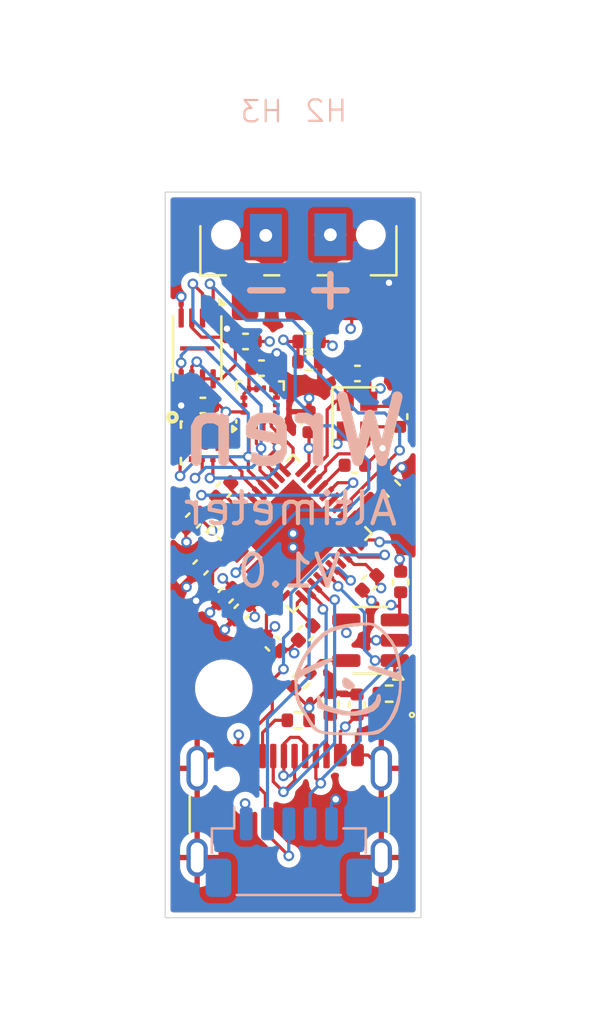
<source format=kicad_pcb>
(kicad_pcb (version 20240108) (generator "pcbnew") (generator_version "8.0")
  (title_block (comment 4 "AISLER Project ID: KFYYHNFJ"))
  (layers (0 "F.Cu" signal) (1 "In1.Cu" signal) (2 "In2.Cu" signal) (31 "B.Cu" signal) (34 "B.Paste" user) (35 "F.Paste" user) (36 "B.SilkS" user "B.Silkscreen") (37 "F.SilkS" user "F.Silkscreen") (38 "B.Mask" user) (39 "F.Mask" user) (44 "Edge.Cuts" user))
  (net 0 "")
  (net 1 "Earth")
  (net 2 "+1V8")
  (net 3 "/D_N")
  (net 4 "VUSB")
  (net 5 "/D_P")
  (net 6 "VCC")
  (net 7 "/VSENSE")
  (net 8 "/NRST")
  (net 9 "VBAT")
  (net 10 "/BARO_CS")
  (net 11 "/ACC_CS")
  (net 12 "/SCK")
  (net 13 "/MISO")
  (net 14 "/MOSI")
  (net 15 "Net-(U2-PROG)")
  (net 27 "/DEC_3")
  (net 28 "/DEC_1")
  (net 29 "/DEC_USB")
  (net 30 "NRF_VDD")
  (net 31 "/DEC_4_6")
  (net 32 "Net-(U1-XC1)")
  (net 33 "Net-(U1-XC2)")
  (net 34 "Net-(D1-K)")
  (net 35 "Net-(D2-K)")
  (net 36 "/DEC_5")
  (net 37 "/SWDIO")
  (net 38 "/SWCLK")
  (net 39 "/LED")
  (net 40 "/CHRG_STATUS")
  (net 41 "Net-(J1-CC2)")
  (net 42 "Net-(J1-CC1)")
  (net 43 "/FLASH_CS")
  (footprint "Capacitor_SMD:C_0402_1005Metric" (layer "F.Cu") (at 217.589411 86.660589 45)
    (property "Reference" "C12" (hide yes))
    (property "Value" "4.7u")
  )
  (footprint "Capacitor_SMD:C_0402_1005Metric" (layer "F.Cu") (at 217.77 74)
    (property "Reference" "C18" (hide yes))
    (property "Value" "0.1u")
  )
  (footprint "BMP390L:XDCR_BMP390L" (layer "F.Cu") (at 215.7375 78.75 90)
    (property "Reference" "U3" (hide yes))
    (property "Value" "BMP390L")
  )
  (footprint "Crystal:Crystal_SMD_2016-4Pin_2.0x1.6mm" (layer "F.Cu") (at 223 77.5 -90)
    (property "Reference" "Y1" (hide yes))
    (property "Value" "32MHz")
  )
  (footprint "Capacitor_SMD:C_0402_1005Metric" (layer "F.Cu") (at 225 77.52 90)
    (property "Reference" "C15" (hide yes))
    (property "Value" "12pF")
  )
  (footprint "Capacitor_SMD:C_0402_1005Metric" (layer "F.Cu") (at 216.739411 80.960589 -135)
    (property "Reference" "C14" (hide yes))
    (property "Value" "1u")
  )
  (footprint "Resistor_SMD:R_0402_1005Metric" (layer "F.Cu") (at 224.639376 80.889376 135)
    (property "Reference" "R7" (hide yes))
    (property "Value" "470")
  )
  (footprint "Package_DFN_QFN:QFN-40-1EP_5x5mm_P0.4mm_EP3.6x3.6mm" (layer "F.Cu") (at 220 83 45)
    (property "Reference" "U1" (hide yes))
    (property "Value" "nRF52833_QDxx")
  )
  (footprint "Capacitor_SMD:C_0402_1005Metric" (layer "F.Cu") (at 223.02 75.5 180)
    (property "Reference" "C16" (hide yes))
    (property "Value" "12pF")
  )
  (footprint "Package_LGA:LGA-14_2x2mm_P0.35mm_LayoutBorder3x4y" (layer "F.Cu") (at 218.455266 76.98 90)
    (property "Reference" "U5" (hide yes))
    (property "Value" "LIS2DH")
  )
  (footprint "Resistor_SMD:R_0402_1005Metric" (layer "F.Cu") (at 220.240001 91.75)
    (property "Reference" "R1" (hide yes))
    (property "Value" "5.1k")
  )
  (footprint "Resistor_SMD:R_0402_1005Metric" (layer "F.Cu") (at 221.75 90.990001 -90)
    (property "Reference" "R3" (hide yes))
    (property "Value" "5.1k")
  )
  (footprint "Capacitor_SMD:C_0402_1005Metric" (layer "F.Cu") (at 223.589411 85.310589 45)
    (property "Reference" "C1" (hide yes))
    (property "Value" "0.1u")
  )
  (footprint "Capacitor_SMD:C_0402_1005Metric" (layer "F.Cu") (at 225.05 85.27 90)
    (property "Reference" "C17" (hide yes))
    (property "Value" "4.7u")
  )
  (footprint "Resistor_SMD:R_0402_1005Metric" (layer "F.Cu") (at 224.509999 90.5)
    (property "Reference" "R6" (hide yes))
    (property "Value" "470")
  )
  (footprint "Capacitor_SMD:C_0402_1005Metric" (layer "F.Cu") (at 218.52 75.25 180)
    (property "Reference" "C3" (hide yes))
    (property "Value" "0.1u")
  )
  (footprint "Capacitor_SMD:C_0402_1005Metric" (layer "F.Cu") (at 220.75 77.77 -90)
    (property "Reference" "C11" (hide yes))
    (property "Value" "0.1u")
  )
  (footprint "Resistor_SMD:R_0402_1005Metric" (layer "F.Cu") (at 220.389376 89.860624 -135)
    (property "Reference" "R8" (hide yes))
    (property "Value" "51k")
  )
  (footprint "Capacitor_SMD:C_0402_1005Metric" (layer "F.Cu") (at 223 91.02 90)
    (property "Reference" "C2" (hide yes))
    (property "Value" "4.7u")
  )
  (footprint "Capacitor_SMD:C_0402_1005Metric" (layer "F.Cu") (at 215.77 77)
    (property "Reference" "C4" (hide yes))
    (property "Value" "0.1u")
  )
  (footprint "Capacitor_SMD:C_0402_1005Metric" (layer "F.Cu") (at 220.589411 87.660589 45)
    (property "Reference" "C9" (hide yes))
    (property "Value" "4.7u")
  )
  (footprint "Button_Switch_SMD:SW_SPDT_CK_JS102011SAQN" (layer "F.Cu") (at 220.25 69 180)
    (property "Reference" "SW2" (hide yes))
    (property "Value" "SW_SPDT")
  )
  (footprint "Capacitor_SMD:C_0402_1005Metric" (layer "F.Cu") (at 216.839411 85.910589 45)
    (property "Reference" "C10" (hide yes))
    (property "Value" "4.7u")
  )
  (footprint "Capacitor_SMD:C_0402_1005Metric" (layer "F.Cu") (at 215.660589 84.589411 45)
    (property "Reference" "C7" (hide yes))
    (property "Value" "0.1u")
  )
  (footprint "Capacitor_SMD:C_0402_1005Metric" (layer "F.Cu") (at 222.9 79.8 180)
    (property "Reference" "C6" (hide yes))
    (property "Value" "0.1u")
  )
  (footprint "Package_TO_SOT_SMD:SOT-23-5" (layer "F.Cu") (at 223.6375 88 180)
    (property "Reference" "U2" (hide yes))
    (property "Value" "MCP73832T-2")
  )
  (footprint "LED_SMD:LED_0402_1005Metric" (layer "F.Cu") (at 224.485 91.5 180)
    (property "Reference" "D1" (hide yes))
    (property "Value" "blue")
  )
  (footprint "Package_SON:Winbond_USON-8-1EP_3x2mm_P0.5mm_EP0.2x1.6mm" (layer "F.Cu") (at 215.5 74.325 -90)
    (property "Reference" "U4" (hide yes))
    (property "Value" "W25X40CLUXIG")
  )
  (footprint "Capacitor_SMD:C_0402_1005Metric" (layer "F.Cu") (at 215.310589 82.389411 45)
    (property "Reference" "C5" (hide yes))
    (property "Value" "0.1u")
  )
  (footprint "Connector_USB:USB_C_Receptacle_GCT_USB4105-xx-A_16P_TopMnt_Horizontal" (layer "F.Cu") (at 219.82 97.105)
    (property "Reference" "J1" (hide yes))
    (property "Value" "USB_C_Receptacle_USB2.0_16P")
  )
  (footprint "LED_SMD:LED_0402_1005Metric" (layer "F.Cu") (at 223.959063 81.755582 135)
    (property "Reference" "D2" (hide yes))
    (property "Value" "red")
  )
  (footprint "Capacitor_SMD:C_0402_1005Metric" (layer "F.Cu") (at 219.05 88.15 135)
    (property "Reference" "C13" (hide yes))
    (property "Value" "4.7u")
  )
  (footprint "Resistor_SMD:R_0402_1005Metric" (layer "F.Cu") (at 220.740001 74.95)
    (property "Reference" "R5" (hide yes))
    (property "Value" "51k")
  )
  (footprint "Resistor_SMD:R_0402_1005Metric" (layer "F.Cu") (at 220.75 74 180)
    (property "Reference" "R2" (hide yes))
    (property "Value" "100k")
  )
  (footprint "MountingHole:MountingHole_2.2mm_M2" (layer "F.Cu") (at 216.75 90.25)
    (property "Reference" "H1" (hide yes))
    (property "Value" "MountingHole")
  )
  (footprint "LOGO" (layer "B.Cu") (at 222.513383 89.803868 180)
    (property "Reference" "G***" (hide yes))
    (property "Value" "LOGO" (hide yes))
  )
  (footprint "Connector_JST:JST_SH_BM05B-SRSS-TB_1x05-1MP_P1.00mm_Vertical" (layer "B.Cu") (at 219.8 97.924999)
    (property "Reference" "J2" (hide yes))
    (property "Value" "Conn_01x05_MountingPin")
  )
  (footprint "custom:square" (layer "B.Cu") (at 221.75 69 180)
    (property "Reference" "H2")
    (property "Value" "MountingHole_Pad")
  )
  (footprint "custom:square" (layer "B.Cu") (at 218.725 69.025 180)
    (property "Reference" "H3")
    (property "Value" "MountingHole_Pad")
  )
  (gr_rect (start 214 67) (end 226 101) (stroke (width 0.05)) (fill none) (layer "Edge.Cuts"))
  (gr_text "Altimeter" (at 225.005 82.705 0) (layer "B.SilkS") (effects (font (size 1.5 1.5) (thickness 0.2) (bold yes)) (justify left bottom mirror)))
  (gr_text "Wren" (at 220.03 79.98 0) (layer "B.SilkS") (effects (font (size 3 3) (thickness 0.5) (bold yes)) (justify bottom mirror)))
  (gr_text "-" (at 218.75 72.625 0) (layer "B.SilkS") (effects (font (size 2 2) (thickness 0.3)) (justify bottom mirror)))
  (gr_text "V1.0" (at 222.38 85.63 0) (layer "B.SilkS") (effects (font (size 1.5 1.5) (thickness 0.2)) (justify left bottom mirror)))
  (gr_text "+" (at 221.75 72.625 0) (layer "B.SilkS") (effects (font (size 2 2) (thickness 0.3)) (justify bottom mirror)))
  (segment (start 224.775 88) (end 223.9 88) (width 0.15) (layer "F.Cu") (net 1))
  (segment (start 221.864994 81.417849) (end 220.282843 83) (width 0.15) (layer "F.Cu") (net 1))
  (segment (start 221.25 76.15) (end 220.75 76.65) (width 0.15) (layer "F.Cu") (net 1))
  (segment (start 219.428822 88.428822) (end 219.821178 88.428822) (width 0.15) (layer "F.Cu") (net 1))
  (segment (start 223.38 79.8) (end 223.4 79.8) (width 0.15) (layer "F.Cu") (net 1))
  (segment (start 214.971178 83.371178) (end 215 83.4) (width 0.15) (layer "F.Cu") (net 1))
  (segment (start 225 77.04) (end 223.79 77.04) (width 0.15) (layer "F.Cu") (net 1))
  (segment (start 215.321178 84.928822) (end 215.321178 85.178822) (width 0.15) (layer "F.Cu") (net 1))
  (segment (start 223 90.54) (end 221.809998 90.54) (width 0.15) (layer "F.Cu") (net 1))
  (segment (start 223.25 85.65) (end 223.25 85.725) (width 0.15) (layer "F.Cu") (net 1))
  (segment (start 217.25 87) (end 217.25 87.05) (width 0.15) (layer "F.Cu") (net 1))
  (segment (start 217.25 87.05) (end 216.8 87.5) (width 0.15) (layer "F.Cu") (net 1))
  (segment (start 218.630266 76.2175) (end 217.930266 76.2175) (width 0.15) (layer "F.Cu") (net 1))
  (segment (start 223.55 76.75) (end 224.1 76.2) (width 0.15) (layer "F.Cu") (net 1))
  (segment (start 219.151472 83) (end 220 83) (width 0.15) (layer "F.Cu") (net 1))
  (segment (start 220.75 77.29) (end 220.75 76.65) (width 0.15) (layer "F.Cu") (net 1))
  (segment (start 223.79 77.04) (end 223.55 76.8) (width 0.15) (layer "F.Cu") (net 1))
  (segment (start 220 83) (end 220 83.65) (width 0.15) (layer "F.Cu") (net 1))
  (segment (start 218.25 74) (end 218.9 74) (width 0.15) (layer "F.Cu") (net 1))
  (segment (start 219.878822 88.428822) (end 220.05 88.6) (width 0.15) (layer "F.Cu") (net 1))
  (segment (start 216.85 77.3) (end 217.662767 77.3) (width 0.15) (layer "F.Cu") (net 1))
  (segment (start 222.45 78.417632) (end 222.075 78.792632) (width 0.15) (layer "F.Cu") (net 1))
  (segment (start 216.237499 77.012501) (end 216.25 77) (width 0.15) (layer "F.Cu") (net 1))
  (segment (start 223.25 85.725) (end 223.675 86.15) (width 0.15) (layer "F.Cu") (net 1))
  (segment (start 216.55 77) (end 216.85 77.3) (width 0.15) (layer "F.Cu") (net 1))
  (segment (start 220.282843 83) (end 220 83) (width 0.15) (layer "F.Cu") (net 1))
  (segment (start 216.5 86.25) (end 216.5 86.3) (width 0.15) (layer "F.Cu") (net 1))
  (segment (start 217.930266 76.2175) (end 217.930266 75.359734) (width 0.15) (layer "F.Cu") (net 1))
  (segment (start 222.45 78.2) (end 222.45 78.417632) (width 0.15) (layer "F.Cu") (net 1))
  (segment (start 225 84.79) (end 225 84.2) (width 0.15) (layer "F.Cu") (net 1))
  (segment (start 215.3375 79.2625) (end 215.7375 78.8625) (width 0.15) (layer "F.Cu") (net 1))
  (segment (start 220.028752 90.221248) (end 220.028752 90.428752) (width 0.15) (layer "F.Cu") (net 1))
  (segment (start 223.5 76.75) (end 223.55 76.8) (width 0.15) (layer "F.Cu") (net 1))
  (segment (start 224.907504 79.9) (end 225.1 79.9) (width 0.15) (layer "F.Cu") (net 1))
  (segment (start 215.321178 85.178822) (end 215 85.5) (width 0.15) (layer "F.Cu") (net 1))
  (segment (start 223.5 75.5) (end 223.5 76.75) (width 0.15) (layer "F.Cu") (net 1))
  (segment (start 218.04 75.25) (end 218.04 74.66) (width 0.15) (layer "F.Cu") (net 1))
  (segment (start 216.5 86.3) (end 216.1 86.7) (width 0.15) (layer "F.Cu") (net 1))
  (segment (start 219.821178 88.428822) (end 220.25 88) (width 0.15) (layer "F.Cu") (net 1))
  (segment (start 217.692766 76.630001) (end 217.692766 76.455) (width 0.15) (layer "F.Cu") (net 1))
  (segment (start 215.7375 77.9875) (end 216.237499 77.9875) (width 0.15) (layer "F.Cu") (net 1))
  (segment (start 216.237499 77.9875) (end 216.237499 77.012501) (width 0.15) (layer "F.Cu") (net 1))
  (segment (start 215.7375 78.8625) (end 215.7375 77.9875) (width 0.15) (layer "F.Cu") (net 1))
  (segment (start 221.419998 90.480002) (end 220.75 91.15) (width 0.15) (layer "F.Cu") (net 1))
  (segment (start 216.1225 93.3775) (end 215.5 94) (width 0.15) (layer "F.Cu") (net 1))
  (segment (start 217.692766 77.329999) (end 217.692766 76.630001) (width 0.15) (layer "F.Cu") (net 1))
  (segment (start 217.078822 80.92735) (end 217.078822 80.621178) (width 0.15) (layer "F.Cu") (net 1))
  (segment (start 215.237501 79.5125) (end 215.3375 79.412501) (width 0.15) (layer "F.Cu") (net 1))
  (segment (start 219.428822 88.428822) (end 219.878822 88.428822) (width 0.15) (layer "F.Cu") (net 1))
  (segment (start 217.930266 75.359734) (end 218.04 75.25) (width 0.15) (layer "F.Cu") (net 1))
  (segment (start 217.852163 81.700691) (end 217.078822 80.92735) (width 0.15) (layer "F.Cu") (net 1))
  (segment (start 223.4 79.8) (end 224.2 79) (width 0.15) (layer "F.Cu") (net 1))
  (segment (start 215.3375 79.412501) (end 215.3375 79.2625) (width 0.15) (layer "F.Cu") (net 1))
  (segment (start 214.75 72.9) (end 214.75 71.9) (width 0.15) (layer "F.Cu") (net 1))
  (segment (start 217.852163 81.700691) (end 219.151472 83) (width 0.15) (layer "F.Cu") (net 1))
  (segment (start 221.809998 90.54) (end 221.75 90.480002) (width 0.15) (layer "F.Cu") (net 1))
  (segment (start 220.028752 90.428752) (end 220.75 91.15) (width 0.15) (layer "F.Cu") (net 1))
  (segment (start 216.25 77) (end 216.55 77) (width 0.15) (layer "F.Cu") (net 1))
  (segment (start 223.02 93.3775) (end 223.5175 93.3775) (width 0.15) (layer "F.Cu") (net 1))
  (segment (start 218.25 74.45) (end 218.25 74) (width 0.15) (layer "F.Cu") (net 1))
  (segment (start 221.25 74.95) (end 221.25 76.15) (width 0.15) (layer "F.Cu") (net 1))
  (segment (start 216.62 93.3775) (end 216.1225 93.3775) (width 0.15) (layer "F.Cu") (net 1))
  (segment (start 218.04 74.66) (end 218.25 74.45) (width 0.15) (layer "F.Cu") (net 1))
  (segment (start 223.5175 93.3775) (end 224.14 94) (width 0.15) (layer "F.Cu") (net 1))
  (segment (start 220.75 91.75) (end 220.75 91.15) (width 0.15) (layer "F.Cu") (net 1))
  (segment (start 217.692766 76.455) (end 217.930266 76.2175) (width 0.15) (layer "F.Cu") (net 1))
  (segment (start 223.55 76.8) (end 223.55 76.75) (width 0.15) (layer "F.Cu") (net 1))
  (segment (start 214.971178 82.728822) (end 214.971178 83.371178) (width 0.15) (layer "F.Cu") (net 1))
  (segment (start 217.662767 77.3) (end 217.692766 77.329999) (width 0.15) (layer "F.Cu") (net 1))
  (segment (start 221.75 90.480002) (end 221.419998 90.480002) (width 0.15) (layer "F.Cu") (net 1))
  (segment (start 224.278752 80.528752) (end 224.907504 79.9) (width 0.15) (layer "F.Cu") (net 1))
  (via (at 223.675 86.15) (size 0.5) (drill 0.3) (layers "F.Cu" "B.Cu") (net 1))
  (via (at 220.75 76.65) (size 0.5) (drill 0.3) (layers "F.Cu" "B.Cu") (net 1))
  (via (at 216.85 77.3) (size 0.5) (drill 0.3) (layers "F.Cu" "B.Cu") (net 1))
  (via (at 215 85.5) (size 0.5) (drill 0.3) (layers "F.Cu" "B.Cu") (net 1))
  (via (at 216.8 87.5) (size 0.5) (drill 0.3) (layers "F.Cu" "B.Cu") (net 1))
  (via (at 222.075 78.792632) (size 0.5) (drill 0.3) (layers "F.Cu" "B.Cu") (net 1))
  (via (at 220.75 91.15) (size 0.5) (drill 0.3) (layers "F.Cu" "B.Cu") (net 1))
  (via (at 220.05 88.6) (size 0.5) (drill 0.3) (layers "F.Cu" "B.Cu") (net 1))
  (via (at 218.72 69.03) (size 0.9) (drill 0.6) (layers "F.Cu" "B.Cu") (net 1))
  (via (at 225 84.2) (size 0.5) (drill 0.3) (layers "F.Cu" "B.Cu") (net 1))
  (via (at 215 83.4) (size 0.5) (drill 0.3) (layers "F.Cu" "B.Cu") (net 1))
  (via (at 222 95.45) (size 0.5) (drill 0.3) (layers "F.Cu" "B.Cu") (net 1))
  (via (at 223.9 88) (size 0.5) (drill 0.3) (layers "F.Cu" "B.Cu") (net 1))
  (via (at 214.75 71.9) (size 0.5) (drill 0.3) (layers "F.Cu" "B.Cu") (net 1))
  (via (at 220 83) (size 0.5) (drill 0.3) (layers "F.Cu" "B.Cu") (net 1))
  (via (at 224.2 79) (size 0.5) (drill 0.3) (layers "F.Cu" "B.Cu") (net 1))
  (via (at 224.1 76.2) (size 0.5) (drill 0.3) (layers "F.Cu" "B.Cu") (net 1))
  (via (at 225.1 79.9) (size 0.5) (drill 0.3) (layers "F.Cu" "B.Cu") (net 1))
  (via (at 216.1 86.7) (size 0.5) (drill 0.3) (layers "F.Cu" "B.Cu") (net 1))
  (via (at 218.9 74) (size 0.5) (drill 0.3) (layers "F.Cu" "B.Cu") (net 1))
  (via (at 220 83.65) (size 0.5) (drill 0.3) (layers "F.Cu" "B.Cu") (net 1))
  (segment (start 221.8 95.65) (end 222 95.45) (width 0.15) (layer "B.Cu") (net 1))
  (segment (start 218.725 69.025) (end 218.72 69.03) (width 0.15) (layer "B.Cu") (net 1))
  (segment (start 221.8 96.599999) (end 221.8 95.65) (width 0.15) (layer "B.Cu") (net 1))
  (segment (start 217.56932 84.016465) (end 217.286478 83.733623) (width 0.15) (layer "F.Cu") (net 2))
  (segment (start 216.225 84.795101) (end 216.225 85.375) (width 0.15) (layer "F.Cu") (net 2))
  (segment (start 217.29 75.11) (end 216.65 75.75) (width 0.15) (layer "F.Cu") (net 2))
  (segment (start 219.217766 76.630001) (end 219.217766 76.455) (width 0.15) (layer "F.Cu") (net 2))
  (segment (start 217.29 73.79) (end 216.9 73.4) (width 0.15) (layer "F.Cu") (net 2))
  (segment (start 216.225 85.375) (end 215.45 86.15) (width 0.15) (layer "F.Cu") (net 2))
  (segment (start 215.700001 73.8) (end 216.6 73.8) (width 0.15) (layer "F.Cu") (net 2))
  (segment (start 217.286478 83.733623) (end 216.225 84.795101) (width 0.15) (layer "F.Cu") (net 2))
  (segment (start 217.29 74) (end 217.29 75.11) (width 0.15) (layer "F.Cu") (net 2))
  (segment (start 215.237501 77.052499) (end 215.29 77) (width 0.15) (layer "F.Cu") (net 2))
  (segment (start 215.29 77) (end 214.75 77) (width 0.15) (layer "F.Cu") (net 2))
  (segment (start 219 75.25) (end 219 74.791795) (width 0.15) (layer "F.Cu") (net 2))
  (segment (start 215.75 75.75) (end 216.25 75.75) (width 0.15) (layer "F.Cu") (net 2))
  (segment (start 214.975 78.5) (end 214.975 78.250001) (width 0.15) (layer "F.Cu") (net 2))
  (segment (start 218.980266 75.269734) (end 219 75.25) (width 0.15) (layer "F.Cu") (net 2))
  (segment (start 219 74.791795) (end 219.234423 74.557372) (width 0.15) (layer "F.Cu") (net 2))
  (segment (start 217.29 74) (end 217.29 73.79) (width 0.15) (layer "F.Cu") (net 2))
  (segment (start 214.975 78.250001) (end 215.237501 77.9875) (width 0.15) (layer "F.Cu") (net 2))
  (segment (start 217.56932 84.016466) (end 217.56932 84.016465) (width 0.15) (layer "F.Cu") (net 2))
  (segment (start 215.29 77) (end 215.75 76.54) (width 0.15) (layer "F.Cu") (net 2))
  (segment (start 215.237501 77.9875) (end 215.237501 77.052499) (width 0.15) (layer "F.Cu") (net 2))
  (segment (start 216.65 75.75) (end 216.25 75.75) (width 0.15) (layer "F.Cu") (net 2))
  (segment (start 216.8 74) (end 217.29 74) (width 0.15) (layer "F.Cu") (net 2))
  (segment (start 215.75 76.54) (end 215.75 75.75) (width 0.15) (layer "F.Cu") (net 2))
  (segment (start 215.25 72.9) (end 215.25 73.349999) (width 0.15) (layer "F.Cu") (net 2))
  (segment (start 216.6 73.8) (end 216.8 74) (width 0.15) (layer "F.Cu") (net 2))
  (segment (start 218.980266 76.2175) (end 218.980266 75.269734) (width 0.15) (layer "F.Cu") (net 2))
  (segment (start 215.25 73.349999) (end 215.700001 73.8) (width 0.15) (layer "F.Cu") (net 2))
  (segment (start 219.217766 76.455) (end 218.980266 76.2175) (width 0.15) (layer "F.Cu") (net 2))
  (via (at 219.234423 74.557372) (size 0.5) (drill 0.3) (layers "F.Cu" "B.Cu") (net 2))
  (via (at 214.75 77) (size 0.5) (drill 0.3) (layers "F.Cu" "B.Cu") (net 2))
  (via (at 216.9 73.4) (size 0.5) (drill 0.3) (layers "F.Cu" "B.Cu") (net 2))
  (via (at 224.5 71.25) (size 0.5) (drill 0.3) (layers "F.Cu" "B.Cu") (net 2))
  (via (at 215.45 86.15) (size 0.5) (drill 0.3) (layers "F.Cu" "B.Cu") (net 2))
  (segment (start 219.870001 92.55) (end 220.269999 92.55) (width 0.15) (layer "F.Cu") (net 3))
  (segment (start 219.57 93.425) (end 219.57 94.33) (width 0.15) (layer "F.Cu") (net 3))
  (segment (start 220.57 92.850001) (end 220.57 93.425) (width 0.15) (layer "F.Cu") (net 3))
  (segment (start 220.733623 85.713522) (end 221.4 86.379899) (width 0.15) (layer "F.Cu") (net 3))
  (segment (start 221.4 86.379899) (end 221.4 86.55) (width 0.15) (layer "F.Cu") (net 3))
  (segment (start 219.57 94.33) (end 219.55 94.35) (width 0.15) (layer "F.Cu") (net 3))
  (segment (start 219.57 92.850001) (end 219.870001 92.55) (width 0.15) (layer "F.Cu") (net 3))
  (segment (start 220.269999 92.55) (end 220.57 92.850001) (width 0.15) (layer "F.Cu") (net 3))
  (segment (start 219.57 93.425) (end 219.57 92.850001) (width 0.15) (layer "F.Cu") (net 3))
  (via (at 219.55 94.35) (size 0.5) (drill 0.3) (layers "F.Cu" "B.Cu") (net 3))
  (via (at 221.4 86.55) (size 0.5) (drill 0.3) (layers "F.Cu" "B.Cu") (net 3))
  (segment (start 221.55 92.667156) (end 219.867156 94.35) (width 0.15) (layer "B.Cu") (net 3))
  (segment (start 221.55 86.7) (end 221.55 92.667156) (width 0.15) (layer "B.Cu") (net 3))
  (segment (start 219.867156 94.35) (end 219.55 94.35) (width 0.15) (layer "B.Cu") (net 3))
  (segment (start 221.4 86.55) (end 221.55 86.7) (width 0.15) (layer "B.Cu") (net 3))
  (segment (start 218.75 86.795584) (end 219.549219 85.996365) (width 0.15) (layer "F.Cu") (net 4))
  (segment (start 222.5 87.050001) (end 222.5 87.65) (width 0.15) (layer "F.Cu") (net 4))
  (segment (start 222.22 92.28) (end 222.45 92.05) (width 0.15) (layer "F.Cu") (net 4))
  (segment (start 224 91.5) (end 223 91.5) (width 0.15) (layer "F.Cu") (net 4))
  (segment (start 218.75 87.75) (end 219.15 87.35) (width 0.15) (layer "F.Cu") (net 4))
  (segment (start 218.75 87.75) (end 218.75 86.795584) (width 0.15) (layer "F.Cu") (net 4))
  (segment (start 217.42 93.3775) (end 217.42 92.455) (width 0.15) (layer "F.Cu") (net 4))
  (segment (start 217.42 92.455) (end 217.45 92.425) (width 0.15) (layer "F.Cu") (net 4))
  (segment (start 222.22 93.3775) (end 222.22 92.28) (width 0.15) (layer "F.Cu") (net 4))
  (segment (start 222.45 92.05) (end 223 91.5) (width 0.15) (layer "F.Cu") (net 4))
  (via (at 222.5 87.65) (size 0.5) (drill 0.3) (layers "F.Cu" "B.Cu") (net 4))
  (via (at 222.45 92.05) (size 0.5) (drill 0.3) (layers "F.Cu" "B.Cu") (net 4))
  (via (at 217.45 92.425) (size 0.5) (drill 0.3) (layers "F.Cu" "B.Cu") (net 4))
  (via (at 219.15 87.35) (size 0.5) (drill 0.3) (layers "F.Cu" "B.Cu") (net 4))
  (segment (start 220.1 94.55) (end 219.55 95.1) (width 0.15) (layer "F.Cu") (net 5))
  (segment (start 219.07 94.62) (end 219.55 95.1) (width 0.15) (layer "F.Cu") (net 5))
  (segment (start 220.1 94.5) (end 220.1 94.55) (width 0.15) (layer "F.Cu") (net 5))
  (segment (start 219.07 93.425) (end 219.07 94.57) (width 0.15) (layer "F.Cu") (net 5))
  (segment (start 221.685786 86.1) (end 221.95 86.1) (width 0.15) (layer "F.Cu") (net 5))
  (segment (start 220.07 94.47) (end 220.1 94.5) (width 0.15) (layer "F.Cu") (net 5))
  (segment (start 220.07 93.425) (end 220.07 94.47) (width 0.15) (layer "F.Cu") (net 5))
  (segment (start 221.016466 85.43068) (end 221.685786 86.1) (width 0.15) (layer "F.Cu") (net 5))
  (segment (start 219.07 94.57) (end 219.07 94.62) (width 0.15) (layer "F.Cu") (net 5))
  (via (at 221.95 86.1) (size 0.5) (drill 0.3) (layers "F.Cu" "B.Cu") (net 5))
  (via (at 219.55 95.1) (size 0.5) (drill 0.3) (layers "F.Cu" "B.Cu") (net 5))
  (segment (start 221.95 86.1) (end 221.95 92.832844) (width 0.15) (layer "B.Cu") (net 5))
  (segment (start 219.682844 95.1) (end 219.55 95.1) (width 0.15) (layer "B.Cu") (net 5))
  (segment (start 221.95 92.832844) (end 219.682844 95.1) (width 0.15) (layer "B.Cu") (net 5))
  (segment (start 218.658721 86.321178) (end 217.928822 86.321178) (width 0.15) (layer "F.Cu") (net 6))
  (segment (start 221.259999 74) (end 221.259999 72.759999) (width 0.15) (layer "F.Cu") (net 6))
  (segment (start 218.2 86.592356) (end 217.928822 86.321178) (width 0.15) (layer "F.Cu") (net 6))
  (segment (start 221.259999 72.759999) (end 220.25 71.75) (width 0.15) (layer "F.Cu") (net 6))
  (segment (start 218.2 86.9) (end 218.2 86.592356) (width 0.15) (layer "F.Cu") (net 6))
  (segment (start 219.266377 85.713522) (end 218.658721 86.321178) (width 0.15) (layer "F.Cu") (net 6))
  (segment (start 221.259999 74) (end 221.65 74) (width 0.15) (layer "F.Cu") (net 6))
  (segment (start 221.259999 74) (end 221.259999 74.009999) (width 0.15) (layer "F.Cu") (net 6))
  (segment (start 221.65 74) (end 221.85 74.2) (width 0.15) (layer "F.Cu") (net 6))
  (via (at 221.85 74.2) (size 0.5) (drill 0.3) (layers "F.Cu" "B.Cu") (net 6))
  (via (at 218.2 86.9) (size 0.5) (drill 0.3) (layers "F.Cu" "B.Cu") (net 6))
  (segment (start 217.311709 84.832664) (end 217.318808 84.832664) (width 0.15) (layer "F.Cu") (net 7))
  (segment (start 217.318808 84.832664) (end 217.852163 84.299309) (width 0.15) (layer "F.Cu") (net 7))
  (segment (start 220.230002 74.009999) (end 220.240001 74) (width 0.15) (layer "F.Cu") (net 7))
  (segment (start 219.622818 74) (end 219.545373 73.922555) (width 0.15) (layer "F.Cu") (net 7))
  (segment (start 220.230002 74.95) (end 220.230002 74.009999) (width 0.15) (layer "F.Cu") (net 7))
  (segment (start 220.240001 74) (end 219.622818 74) (width 0.15) (layer "F.Cu") (net 7))
  (via (at 217.311709 84.832664) (size 0.5) (drill 0.3) (layers "F.Cu" "B.Cu") (net 7))
  (via (at 219.545373 73.922555) (size 0.5) (drill 0.3) (layers "F.Cu" "B.Cu") (net 7))
  (segment (start 219.545373 73.922555) (end 220.1 74.477182) (width 0.15) (layer "B.Cu") (net 7))
  (segment (start 221.90412 77.95) (end 223.55 79.59588) (width 0.15) (layer "B.Cu") (net 7))
  (segment (start 221.35 77.95) (end 221.90412 77.95) (width 0.15) (layer "B.Cu") (net 7))
  (segment (start 219.897186 82.247186) (end 217.311709 84.832664) (width 0.15) (layer "B.Cu") (net 7))
  (segment (start 220.1 76.7) (end 221.35 77.95) (width 0.15) (layer "B.Cu") (net 7))
  (segment (start 220.244372 81.9) (end 219.897186 82.247186) (width 0.15) (layer "B.Cu") (net 7))
  (segment (start 220.1 74.477182) (end 220.1 76.7) (width 0.15) (layer "B.Cu") (net 7))
  (segment (start 222.55 81.9) (end 220.244372 81.9) (width 0.15) (layer "B.Cu") (net 7))
  (segment (start 223.55 80.9) (end 222.55 81.9) (width 0.15) (layer "B.Cu") (net 7))
  (segment (start 223.55 79.59588) (end 223.55 80.9) (width 0.15) (layer "B.Cu") (net 7))
  (segment (start 221.894835 84.582151) (end 222.50826 85.195576) (width 0.15) (layer "F.Cu") (net 8))
  (segment (start 221.864994 84.582151) (end 221.894835 84.582151) (width 0.15) (layer "F.Cu") (net 8))
  (segment (start 222.50826 85.195576) (end 222.700333 85.195576) (width 0.15) (layer "F.Cu") (net 8))
  (via (at 222.700333 85.195576) (size 0.5) (drill 0.3) (layers "F.Cu" "B.Cu") (net 8))
  (segment (start 221.8 84.625) (end 222.129757 84.625) (width 0.15) (layer "B.Cu") (net 8))
  (segment (start 222.129757 84.625) (end 222.700333 85.195576) (width 0.15) (layer "B.Cu") (net 8))
  (segment (start 218.95 91.525) (end 220.75 89.725) (width 0.15) (layer "B.Cu") (net 8))
  (segment (start 220.75 89.725) (end 220.75 85.675) (width 0.15) (layer "B.Cu") (net 8))
  (segment (start 218.8 91.675) (end 218.8 96.599999) (width 0.15) (layer "B.Cu") (net 8))
  (segment (start 220.75 85.675) (end 221.8 84.625) (width 0.15) (layer "B.Cu") (net 8))
  (segment (start 218.95 91.525) (end 218.8 91.675) (width 0.15) (layer "B.Cu") (net 8))
  (segment (start 222.75 73.35) (end 222.75 71.75) (width 0.15) (layer "F.Cu") (net 9))
  (segment (start 225 85.75) (end 225 86.4) (width 0.15) (layer "F.Cu") (net 9))
  (segment (start 225 86.825001) (end 224.775 87.050001) (width 0.15) (layer "F.Cu") (net 9))
  (segment (start 222.7 73.4) (end 222.75 73.35) (width 0.15) (layer "F.Cu") (net 9))
  (segment (start 225 86.4) (end 225 86.825001) (width 0.15) (layer "F.Cu") (net 9))
  (segment (start 225 86.4) (end 224.65 86.4) (width 0.15) (layer "F.Cu") (net 9))
  (segment (start 224.65 86.4) (end 224.6 86.35) (width 0.15) (layer "F.Cu") (net 9))
  (via (at 222.7 73.4) (size 0.5) (drill 0.3) (layers "F.Cu" "B.Cu") (net 9))
  (via (at 224.6 86.35) (size 0.5) (drill 0.3) (layers "F.Cu" "B.Cu") (net 9))
  (via (at 221.75 69) (size 0.9) (drill 0.6) (layers "F.Cu" "B.Cu") (net 9))
  (segment (start 217.6 80.1) (end 216.5 79) (width 0.15) (layer "F.Cu") (net 10))
  (segment (start 217.6 80.317157) (end 217.6 80.1) (width 0.15) (layer "F.Cu") (net 10))
  (segment (start 218.417849 81.135006) (end 217.6 80.317157) (width 0.15) (layer "F.Cu") (net 10))
  (segment (start 220 79.5) (end 220 79) (width 0.15) (layer "F.Cu") (net 11))
  (segment (start 218.980266 77.7425) (end 218.980266 77.980266) (width 0.15) (layer "F.Cu") (net 11))
  (segment (start 220 79.552854) (end 220 79.5) (width 0.15) (layer "F.Cu") (net 11))
  (segment (start 219.549219 80.003635) (end 220 79.552854) (width 0.15) (layer "F.Cu") (net 11))
  (segment (start 218.980266 77.980266) (end 220 79) (width 0.15) (layer "F.Cu") (net 11))
  (segment (start 215.25 75.75) (end 215.25 75.177872) (width 0.15) (layer "F.Cu") (net 12))
  (segment (start 215.25 75.177872) (end 215.479735 74.948137) (width 0.15) (layer "F.Cu") (net 12))
  (segment (start 214.975 79) (end 214.7 79.275) (width 0.15) (layer "F.Cu") (net 12))
  (segment (start 214.7 79.275) (end 214.7 80.3) (width 0.15) (layer "F.Cu") (net 12))
  (segment (start 218.700691 80.852163) (end 217.9 80.051472) (width 0.15) (layer "F.Cu") (net 12))
  (segment (start 217.9 79.3) (end 217.930266 79.269734) (width 0.15) (layer "F.Cu") (net 12))
  (segment (start 217.930266 79.269734) (end 217.930266 77.7425) (width 0.15) (layer "F.Cu") (net 12))
  (segment (start 217.9 79.4) (end 217.9 79.3) (width 0.15) (layer "F.Cu") (net 12))
  (segment (start 217.9 80.051472) (end 217.9 79.4) (width 0.15) (layer "F.Cu") (net 12))
  (via (at 215.479735 74.948137) (size 0.5) (drill 0.3) (layers "F.Cu" "B.Cu") (net 12))
  (via (at 217.9 79.4) (size 0.5) (drill 0.3) (layers "F.Cu" "B.Cu") (net 12))
  (via (at 214.7 80.3) (size 0.5) (drill 0.3) (layers "F.Cu" "B.Cu") (net 12))
  (segment (start 214.7 80.3) (end 215.6 79.4) (width 0.15) (layer "B.Cu") (net 12))
  (segment (start 215.479735 74.948137) (end 217.9 77.368402) (width 0.15) (layer "B.Cu") (net 12))
  (segment (start 215.6 79.4) (end 217.9 79.4) (width 0.15) (layer "B.Cu") (net 12))
  (segment (start 217.9 77.368402) (end 217.9 79.4) (width 0.15) (layer "B.Cu") (net 12))
  (segment (start 215.75 71.75) (end 215.3 71.3) (width 0.15) (layer "F.Cu") (net 13))
  (segment (start 215.75 72.9) (end 215.75 71.75) (width 0.15) (layer "F.Cu") (net 13))
  (segment (start 218.75 79.5) (end 219.289124 78.960876) (width 0.15) (layer "F.Cu") (net 13))
  (segment (start 219.266377 80.286478) (end 218.75 79.770101) (width 0.15) (layer "F.Cu") (net 13))
  (segment (start 216.237499 79.5125) (end 216.237499 80.262501) (width 0.15) (layer "F.Cu") (net 13))
  (segment (start 218.630266 78.302018) (end 219.289124 78.960876) (width 0.15) (layer "F.Cu") (net 13))
  (segment (start 218.75 79.770101) (end 218.75 79.5) (width 0.15) (layer "F.Cu") (net 13))
  (segment (start 218.630266 77.7425) (end 218.630266 78.302018) (width 0.15) (layer "F.Cu") (net 13))
  (segment (start 216.237499 80.262501) (end 216.1 80.4) (width 0.15) (layer "F.Cu") (net 13))
  (via (at 219.289124 78.960876) (size 0.5) (drill 0.3) (layers "F.Cu" "B.Cu") (net 13))
  (via (at 216.1 80.4) (size 0.5) (drill 0.3) (layers "F.Cu" "B.Cu") (net 13))
  (via (at 215.3 71.3) (size 0.5) (drill 0.3) (layers "F.Cu" "B.Cu") (net 13))
  (segment (start 215.3 73) (end 215.3 71.3) (width 0.15) (layer "B.Cu") (net 13))
  (segment (start 219.289124 78.960876) (end 219.289124 76.989124) (width 0.15) (layer "B.Cu") (net 13))
  (segment (start 219.289124 76.989124) (end 215.3 73) (width 0.15) (layer "B.Cu") (net 13))
  (segment (start 218.8 80.4) (end 219.289124 79.910876) (width 0.15) (layer "B.Cu") (net 13))
  (segment (start 219.289124 79.910876) (end 219.289124 78.960876) (width 0.15) (layer "B.Cu") (net 13))
  (segment (start 216.1 80.4) (end 218.8 80.4) (width 0.15) (layer "B.Cu") (net 13))
  (segment (start 218.45 79.05) (end 218.5 79) (width 0.15) (layer "F.Cu") (net 14))
  (segment (start 218.280266 77.7425) (end 218.280266 78.780266) (width 0.15) (layer "F.Cu") (net 14))
  (segment (start 215.7375 79.5125) (end 215.7375 80.0625) (width 0.15) (layer "F.Cu") (net 14))
  (segment (start 214.75 75.75) (end 214.75 75) (width 0.15) (layer "F.Cu") (net 14))
  (segment (start 218.45 80.035786) (end 218.45 79.05) (width 0.15) (layer "F.Cu") (net 14))
  (segment (start 218.983534 80.56932) (end 218.45 80.035786) (width 0.15) (layer "F.Cu") (net 14))
  (segment (start 215.7375 80.0625) (end 215.4 80.4) (width 0.15) (layer "F.Cu") (net 14))
  (segment (start 218.280266 78.780266) (end 218.5 79) (width 0.15) (layer "F.Cu") (net 14))
  (via (at 215.4 80.4) (size 0.5) (drill 0.3) (layers "F.Cu" "B.Cu") (net 14))
  (via (at 214.75 75) (size 0.5) (drill 0.3) (layers "F.Cu" "B.Cu") (net 14))
  (via (at 218.5 79) (size 0.5) (drill 0.3) (layers "F.Cu" "B.Cu") (net 14))
  (segment (start 214.75 75) (end 214.75 74.65) (width 0.15) (layer "B.Cu") (net 14))
  (segment (start 215.8 74.3) (end 218.5 77) (width 0.15) (layer "B.Cu") (net 14))
  (segment (start 214.75 74.65) (end 215.1 74.3) (width 0.15) (layer "B.Cu") (net 14))
  (segment (start 215.9 79.9) (end 218.071752 79.9) (width 0.15) (layer "B.Cu") (net 14))
  (segment (start 218.071752 79.9) (end 218.5 79.471752) (width 0.15) (layer "B.Cu") (net 14))
  (segment (start 215.1 74.3) (end 215.8 74.3) (width 0.15) (layer "B.Cu") (net 14))
  (segment (start 218.5 77) (end 218.5 79) (width 0.15) (layer "B.Cu") (net 14))
  (segment (start 218.5 79.471752) (end 218.5 79) (width 0.15) (layer "B.Cu") (net 14))
  (segment (start 215.4 80.4) (end 215.9 79.9) (width 0.15) (layer "B.Cu") (net 14))
  (segment (start 222.5 88.949999) (end 221.300001 88.949999) (width 0.15) (layer "F.Cu") (net 15))
  (segment (start 221.300001 88.949999) (end 220.75 89.5) (width 0.15) (layer "F.Cu") (net 15))
  (segment (start 222.42 79.8) (end 222.351472 79.8) (width 0.15) (layer "F.Cu") (net 27))
  (segment (start 222.351472 79.8) (end 221.299309 80.852163) (width 0.15) (layer "F.Cu") (net 27))
  (segment (start 216 84.25) (end 216.204416 84.25) (width 0.15) (layer "F.Cu") (net 28))
  (segment (start 216.204416 84.25) (end 217.003635 83.450781) (width 0.15) (layer "F.Cu") (net 28))
  (segment (start 220.450781 85.996365) (end 220.2 86.247146) (width 0.15) (layer "F.Cu") (net 29))
  (segment (start 220.2 86.592356) (end 220.928822 87.321178) (width 0.15) (layer "F.Cu") (net 29))
  (segment (start 220.2 86.247146) (end 220.2 86.592356) (width 0.15) (layer "F.Cu") (net 29))
  (segment (start 220.75 79.704416) (end 220.75 79) (width 0.15) (layer "F.Cu") (net 30))
  (segment (start 217.171178 85.571178) (end 216.7 85.1) (width 0.15) (layer "F.Cu") (net 30))
  (segment (start 220.450781 80.003635) (end 220.75 79.704416) (width 0.15) (layer "F.Cu") (net 30))
  (segment (start 222.864214 84.45) (end 222.43068 84.016466) (width 0.15) (layer "F.Cu") (net 30))
  (segment (start 215.65 82.05) (end 215.65 82.3) (width 0.15) (layer "F.Cu") (net 30))
  (segment (start 223.407644 84.45) (end 222.864214 84.45) (width 0.15) (layer "F.Cu") (net 30))
  (segment (start 218.2 85.8) (end 217.971178 85.571178) (width 0.15) (layer "F.Cu") (net 30))
  (segment (start 223.928822 85.353822) (end 224.125 85.55) (width 0.15) (layer "F.Cu") (net 30))
  (segment (start 218.983534 85.43068) (end 218.614214 85.8) (width 0.15) (layer "F.Cu") (net 30))
  (segment (start 223.928822 84.971178) (end 223.928822 85.353822) (width 0.15) (layer "F.Cu") (net 30))
  (segment (start 215.65 82.05) (end 216.504416 82.05) (width 0.15) (layer "F.Cu") (net 30))
  (segment (start 217.971178 85.571178) (end 217.178822 85.571178) (width 0.15) (layer "F.Cu") (net 30))
  (segment (start 220.75 78.25) (end 220.75 79) (width 0.15) (layer "F.Cu") (net 30))
  (segment (start 216.504416 82.05) (end 217.003635 82.549219) (width 0.15) (layer "F.Cu") (net 30))
  (segment (start 218.614214 85.8) (end 218.2 85.8) (width 0.15) (layer "F.Cu") (net 30))
  (segment (start 223.928822 84.971178) (end 223.407644 84.45) (width 0.15) (layer "F.Cu") (net 30))
  (segment (start 217.178822 85.571178) (end 217.171178 85.571178) (width 0.15) (layer "F.Cu") (net 30))
  (segment (start 215.65 82.3) (end 216.2 82.85) (width 0.15) (layer "F.Cu") (net 30))
  (via (at 224.125 85.55) (size 0.5) (drill 0.3) (layers "F.Cu" "B.Cu") (net 30))
  (via (at 216.2 82.85) (size 0.5) (drill 0.3) (layers "F.Cu" "B.Cu") (net 30))
  (via (at 216.7 85.1) (size 0.5) (drill 0.3) (layers "F.Cu" "B.Cu") (net 30))
  (via (at 217.75 95.65) (size 0.5) (drill 0.3) (layers "F.Cu" "B.Cu") (net 30))
  (via (at 220.75 79) (size 0.5) (drill 0.3) (layers "F.Cu" "B.Cu") (net 30))
  (segment (start 217.8 96.599999) (end 217.8 95.7) (width 0.15) (layer "B.Cu") (net 30))
  (segment (start 217.8 95.7) (end 217.75 95.65) (width 0.15) (layer "B.Cu") (net 30))
  (segment (start 216.885786 81.3) (end 216.4 81.3) (width 0.15) (layer "F.Cu") (net 31))
  (segment (start 217.56932 81.983534) (end 216.885786 81.3) (width 0.15) (layer "F.Cu") (net 31))
  (segment (start 215.7 81.2) (end 216.3 81.2) (width 0.15) (layer "F.Cu") (net 31))
  (segment (start 216.3 81.2) (end 216.4 81.3) (width 0.15) (layer "F.Cu") (net 31))
  (segment (start 222.099299 80.617858) (end 222.817858 80.617858) (width 0.15) (layer "F.Cu") (net 31))
  (segment (start 221.582151 81.135006) (end 222.099299 80.617858) (width 0.15) (layer "F.Cu") (net 31))
  (via (at 215.7 81.2) (size 0.5) (drill 0.3) (layers "F.Cu" "B.Cu") (net 31))
  (via (at 222.817858 80.617858) (size 0.5) (drill 0.3) (layers "F.Cu" "B.Cu") (net 31))
  (segment (start 222.817858 80.617858) (end 222.235716 81.2) (width 0.15) (layer "B.Cu") (net 31))
  (segment (start 222.235716 81.2) (end 215.7 81.2) (width 0.15) (layer "B.Cu") (net 31))
  (segment (start 223.55 78.8) (end 223.085 79.265) (width 0.15) (layer "F.Cu") (net 32))
  (segment (start 223.085 79.265) (end 222.124932 79.265) (width 0.15) (layer "F.Cu") (net 32))
  (segment (start 221.528243 79.861689) (end 221.528243 80.057543) (width 0.15) (layer "F.Cu") (net 32))
  (segment (start 222.124932 79.265) (end 221.528243 79.861689) (width 0.15) (layer "F.Cu") (net 32))
  (segment (start 223.75 78) (end 223.55 78.2) (width 0.15) (layer "F.Cu") (net 32))
  (segment (start 221.528243 80.057543) (end 221.016466 80.56932) (width 0.15) (layer "F.Cu") (net 32))
  (segment (start 223.55 78.2) (end 223.55 78.8) (width 0.15) (layer "F.Cu") (net 32))
  (segment (start 225 78) (end 223.75 78) (width 0.15) (layer "F.Cu") (net 32))
  (segment (start 222.45 75.59) (end 222.54 75.5) (width 0.15) (layer "F.Cu") (net 33))
  (segment (start 221.6 77.2) (end 221.6 79.349392) (width 0.15) (layer "F.Cu") (net 33))
  (segment (start 222.45 76.8) (end 222.45 75.59) (width 0.15) (layer "F.Cu") (net 33))
  (segment (start 222 76.8) (end 221.6 77.2) (width 0.15) (layer "F.Cu") (net 33))
  (segment (start 222.45 76.8) (end 222 76.8) (width 0.15) (layer "F.Cu") (net 33))
  (segment (start 220.733623 80.215769) (end 220.733623 80.286478) (width 0.15) (layer "F.Cu") (net 33))
  (segment (start 221.6 79.349392) (end 220.733623 80.215769) (width 0.15) (layer "F.Cu") (net 33))
  (segment (start 224.97 91.47) (end 224 90.5) (width 0.15) (layer "F.Cu") (net 34))
  (segment (start 224.97 91.5) (end 224.97 91.47) (width 0.15) (layer "F.Cu") (net 34))
  (segment (start 225 81.25) (end 225 81.400539) (width 0.15) (layer "F.Cu") (net 35))
  (segment (start 225 81.400539) (end 224.30201 82.098529) (width 0.15) (layer "F.Cu") (net 35))
  (segment (start 218.07 93.425) (end 218.07 94.57) (width 0.15) (layer "F.Cu") (net 37))
  (segment (start 219.025 91.3) (end 219.025 89.875) (width 0.15) (layer "F.Cu") (net 37))
  (segment (start 218.7 95.2) (end 218.7 96.7) (width 0.15) (layer "F.Cu") (net 37))
  (segment (start 218.7 97) (end 219.8 98.1) (width 0.15) (layer "F.Cu") (net 37))
  (segment (start 218.07 93.425) (end 218.07 92.255) (width 0.15) (layer "F.Cu") (net 37))
  (segment (start 222.713522 83.733623) (end 223.081795 84.101896) (width 0.15) (layer "F.Cu") (net 37))
  (segment (start 224.198104 84.101896) (end 224.3 84) (width 0.15) (layer "F.Cu") (net 37))
  (segment (start 218.2 94.7) (end 218.6 95.1) (width 0.15) (layer "F.Cu") (net 37))
  (segment (start 219.025 89.875) (end 219.55 89.35) (width 0.15) (layer "F.Cu") (net 37))
  (segment (start 218.6 95.1) (end 218.7 95.2) (width 0.15) (layer "F.Cu") (net 37))
  (segment (start 223.081795 84.101896) (end 224.198104 84.101896) (width 0.15) (layer "F.Cu") (net 37))
  (segment (start 218.07 92.255) (end 219.025 91.3) (width 0.15) (layer "F.Cu") (net 37))
  (segment (start 218.07 94.57) (end 218.2 94.7) (width 0.15) (layer "F.Cu") (net 37))
  (segment (start 218.7 96.7) (end 218.7 97) (width 0.15) (layer "F.Cu") (net 37))
  (via (at 219.8 98.1) (size 0.5) (drill 0.3) (layers "F.Cu" "B.Cu") (net 37))
  (via (at 219.55 89.35) (size 0.5) (drill 0.3) (layers "F.Cu" "B.Cu") (net 37))
  (via (at 224.3 84) (size 0.5) (drill 0.3) (layers "F.Cu" "B.Cu") (net 37))
  (segment (start 219.8 98.1) (end 219.8 96.6) (width 0.15) (layer "B.Cu") (net 37))
  (segment (start 219.55 87.9) (end 219.9 87.55) (width 0.15) (layer "B.Cu") (net 37))
  (segment (start 219.9 87.55) (end 219.9 85.8) (width 0.15) (layer "B.Cu") (net 37))
  (segment (start 221.7 84) (end 224.3 84) (width 0.15) (layer "B.Cu") (net 37))
  (segment (start 219.55 89.35) (end 219.55 87.9) (width 0.15) (layer "B.Cu") (net 37))
  (segment (start 219.9 85.8) (end 221.7 84) (width 0.15) (layer "B.Cu") (net 37))
  (segment (start 223.962107 83.3) (end 224.058595 83.396488) (width 0.15) (layer "F.Cu") (net 38))
  (segment (start 223.147146 83.3) (end 223.3 83.3) (width 0.15) (layer "F.Cu") (net 38))
  (segment (start 221.07 93.425) (end 221.07 94.47) (width 0.15) (layer "F.Cu") (net 38))
  (segment (start 222.996365 83.450781) (end 223.147146 83.3) (width 0.15) (layer "F.Cu") (net 38))
  (segment (start 221.07 94.47) (end 221.3 94.7) (width 0.15) (layer "F.Cu") (net 38))
  (segment (start 223.3 83.3) (end 223.962107 83.3) (width 0.15) (layer "F.Cu") (net 38))
  (via (at 221.3 94.7) (size 0.5) (drill 0.3) (layers "F.Cu" "B.Cu") (net 38))
  (via (at 224.058595 83.396488) (size 0.5) (drill 0.3) (layers "F.Cu" "B.Cu") (net 38))
  (segment (start 224.86824 83.396488) (end 225.5 84.028248) (width 0.15) (layer "B.Cu") (net 38))
  (segment (start 221.3 94.7) (end 221.3 94.55) (width 0.15) (layer "B.Cu") (net 38))
  (segment (start 224.058595 83.396488) (end 224.86824 83.396488) (width 0.15) (layer "B.Cu") (net 38))
  (segment (start 225.5 84.028248) (end 225.5 88.2) (width 0.15) (layer "B.Cu") (net 38))
  (segment (start 220.8 95.2) (end 221.3 94.7) (width 0.15) (layer "B.Cu") (net 38))
  (segment (start 221.3 94.55) (end 223.15 92.7) (width 0.15) (layer "B.Cu") (net 38))
  (segment (start 225.5 88.2) (end 223.15 90.55) (width 0.15) (layer "B.Cu") (net 38))
  (segment (start 220.8 96.599999) (end 220.8 95.2) (width 0.15) (layer "B.Cu") (net 38))
  (segment (start 223.15 90.55) (end 223.15 92.7) (width 0.15) (layer "B.Cu") (net 38))
  (segment (start 223.567264 81.412635) (end 222.713522 82.266377) (width 0.15) (layer "F.Cu") (net 39))
  (segment (start 223.616116 81.412635) (end 223.567264 81.412635) (width 0.15) (layer "F.Cu") (net 39))
  (segment (start 224.774999 88.95) (end 224.775 88.949999) (width 0.15) (layer "F.Cu") (net 40))
  (segment (start 221.582151 84.864994) (end 222.111247 85.39409) (width 0.15) (layer "F.Cu") (net 40))
  (segment (start 224.775 90.255002) (end 225.019998 90.5) (width 0.15) (layer "F.Cu") (net 40))
  (segment (start 223.85 88.95) (end 224.774999 88.95) (width 0.15) (layer "F.Cu") (net 40))
  (segment (start 224.775 88.949999) (end 224.775 90.255002) (width 0.15) (layer "F.Cu") (net 40))
  (segment (start 222.111247 85.39409) (end 222.111247 85.470315) (width 0.15) (layer "F.Cu") (net 40))
  (via (at 222.111247 85.470315) (size 0.5) (drill 0.3) (layers "F.Cu" "B.Cu") (net 40))
  (via (at 223.85 88.95) (size 0.5) (drill 0.3) (layers "F.Cu" "B.Cu") (net 40))
  (segment (start 222.111247 85.470315) (end 223.35 86.709068) (width 0.15) (layer "B.Cu") (net 40))
  (segment (start 223.35 88.45) (end 223.85 88.95) (width 0.15) (layer "B.Cu") (net 40))
  (segment (start 223.35 86.709068) (end 223.35 88.45) (width 0.15) (layer "B.Cu") (net 40))
  (segment (start 221.75 91.5) (end 221.57 91.68) (width 0.15) (layer "F.Cu") (net 41))
  (segment (start 221.57 91.68) (end 221.57 93.425) (width 0.15) (layer "F.Cu") (net 41))
  (segment (start 218.57 93.425) (end 218.57 92.33) (width 0.15) (layer "F.Cu") (net 42))
  (segment (start 219.15 91.75) (end 219.730002 91.75) (width 0.15) (layer "F.Cu") (net 42))
  (segment (start 218.57 92.33) (end 219.15 91.75) (width 0.15) (layer "F.Cu") (net 42))
  (segment (start 222.728243 81.685971) (end 222.728243 81.379225) (width 0.15) (layer "F.Cu") (net 43))
  (segment (start 224.103734 80.003734) (end 224.103734 79.996266) (width 0.15) (layer "F.Cu") (net 43))
  (segment (start 224.103734 79.996266) (end 225 79.1) (width 0.15) (layer "F.Cu") (net 43))
  (segment (start 216.25 72.9) (end 216.25 71.45) (width 0.15) (layer "F.Cu") (net 43))
  (segment (start 216.25 71.45) (end 216.1 71.3) (width 0.15) (layer "F.Cu") (net 43))
  (segment (start 222.728243 81.379225) (end 224.103734 80.003734) (width 0.15) (layer "F.Cu") (net 43))
  (segment (start 222.43068 81.983534) (end 222.728243 81.685971) (width 0.15) (layer "F.Cu") (net 43))
  (via (at 225 79.1) (size 0.5) (drill 0.3) (layers "F.Cu" "B.Cu") (net 43))
  (via (at 216.1 71.3) (size 0.5) (drill 0.3) (layers "F.Cu" "B.Cu") (net 43))
  (segment (start 224.3 77.35) (end 225 78.05) (width 0.15) (layer "B.Cu") (net 43))
  (segment (start 220.55 74.85) (end 223.05 77.35) (width 0.15) (layer "B.Cu") (net 43))
  (segment (start 217.8 73) (end 219.975 73) (width 0.15) (layer "B.Cu") (net 43))
  (segment (start 219.975 73) (end 220.55 73.575) (width 0.15) (layer "B.Cu") (net 43))
  (segment (start 220.55 73.575) (end 220.55 74.85) (width 0.15) (layer "B.Cu") (net 43))
  (segment (start 225 78.05) (end 225 79.1) (width 0.15) (layer "B.Cu") (net 43))
  (segment (start 223.05 77.35) (end 224.3 77.35) (width 0.15) (layer "B.Cu") (net 43))
  (segment (start 216.1 71.3) (end 217.8 73) (width 0.15) (layer "B.Cu") (net 43))
  (zone (net 1) (net_name "Earth") (layer "F.Cu") (priority 3) (connect_pads (clearance 0.3)) (min_thickness 0.25) (fill yes (thermal_gap 0.5) (thermal_bridge_width 0.25))
    (polygon (pts (xy 234.5 106) (xy 206.25 106) (xy 206.25 58) (xy 234.5 58)))
  )
  (zone (net 2) (net_name "+1V8") (layer "B.Cu") (priority 1) (connect_pads (clearance 0.3)) (min_thickness 0.25) (fill yes (thermal_gap 0.5) (thermal_bridge_width 0.25))
    (polygon (pts (xy 234 58.5) (xy 234 105.5) (xy 206.75 105.5) (xy 206.75 58.5)))
  )
)
</source>
